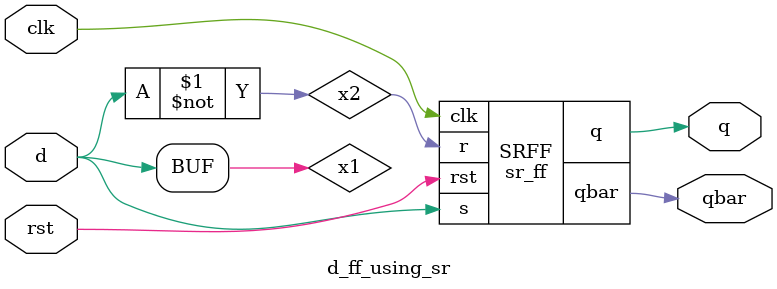
<source format=v>
`timescale 1ns / 1ps
module sr_ff(input clk,rst,s,r,output reg q=0,output qbar);
assign qbar=~q;
always@(posedge clk)
begin
if(!rst)
begin
case({s,r})
2'b00:q<=q;
2'b01:q<=0;
2'b10:q<=1;
2'b11:q<=1'bx;
endcase
end
else
q<=1'b0;
end
endmodule

module d_ff_using_sr(
    input clk,
    input rst,
    input d,
    output q,
    output qbar
    );
    wire x1,x2;
    assign x1=d;
    assign x2=~d;
    sr_ff SRFF(clk,rst,x1,x2,q,qbar);
endmodule

</source>
